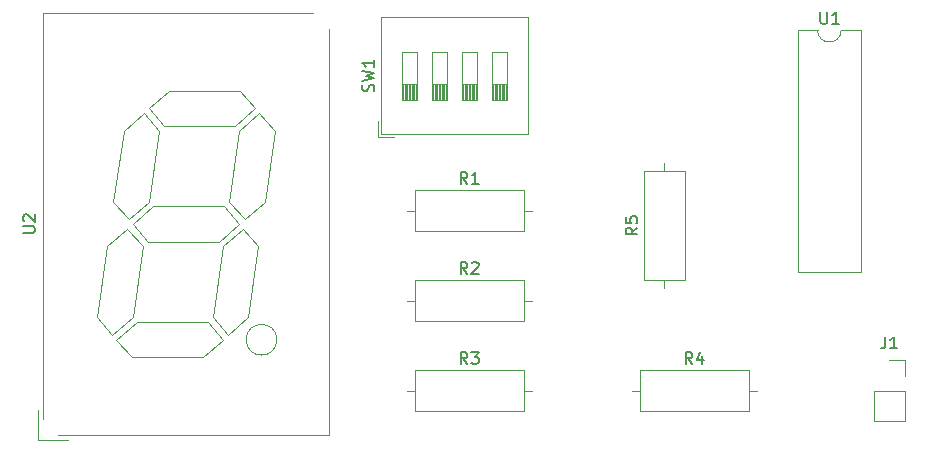
<source format=gbr>
%TF.GenerationSoftware,KiCad,Pcbnew,7.0.8*%
%TF.CreationDate,2025-02-14T01:10:42+05:30*%
%TF.ProjectId,7 segmetn display,37207365-676d-4657-946e-20646973706c,rev?*%
%TF.SameCoordinates,Original*%
%TF.FileFunction,Legend,Top*%
%TF.FilePolarity,Positive*%
%FSLAX46Y46*%
G04 Gerber Fmt 4.6, Leading zero omitted, Abs format (unit mm)*
G04 Created by KiCad (PCBNEW 7.0.8) date 2025-02-14 01:10:42*
%MOMM*%
%LPD*%
G01*
G04 APERTURE LIST*
%ADD10C,0.150000*%
%ADD11C,0.120000*%
G04 APERTURE END LIST*
D10*
X103187319Y-106029404D02*
X103996842Y-106029404D01*
X103996842Y-106029404D02*
X104092080Y-105981785D01*
X104092080Y-105981785D02*
X104139700Y-105934166D01*
X104139700Y-105934166D02*
X104187319Y-105838928D01*
X104187319Y-105838928D02*
X104187319Y-105648452D01*
X104187319Y-105648452D02*
X104139700Y-105553214D01*
X104139700Y-105553214D02*
X104092080Y-105505595D01*
X104092080Y-105505595D02*
X103996842Y-105457976D01*
X103996842Y-105457976D02*
X103187319Y-105457976D01*
X103282557Y-105029404D02*
X103234938Y-104981785D01*
X103234938Y-104981785D02*
X103187319Y-104886547D01*
X103187319Y-104886547D02*
X103187319Y-104648452D01*
X103187319Y-104648452D02*
X103234938Y-104553214D01*
X103234938Y-104553214D02*
X103282557Y-104505595D01*
X103282557Y-104505595D02*
X103377795Y-104457976D01*
X103377795Y-104457976D02*
X103473033Y-104457976D01*
X103473033Y-104457976D02*
X103615890Y-104505595D01*
X103615890Y-104505595D02*
X104187319Y-105077023D01*
X104187319Y-105077023D02*
X104187319Y-104457976D01*
X155214819Y-105576666D02*
X154738628Y-105909999D01*
X155214819Y-106148094D02*
X154214819Y-106148094D01*
X154214819Y-106148094D02*
X154214819Y-105767142D01*
X154214819Y-105767142D02*
X154262438Y-105671904D01*
X154262438Y-105671904D02*
X154310057Y-105624285D01*
X154310057Y-105624285D02*
X154405295Y-105576666D01*
X154405295Y-105576666D02*
X154548152Y-105576666D01*
X154548152Y-105576666D02*
X154643390Y-105624285D01*
X154643390Y-105624285D02*
X154691009Y-105671904D01*
X154691009Y-105671904D02*
X154738628Y-105767142D01*
X154738628Y-105767142D02*
X154738628Y-106148094D01*
X154214819Y-104671904D02*
X154214819Y-105148094D01*
X154214819Y-105148094D02*
X154691009Y-105195713D01*
X154691009Y-105195713D02*
X154643390Y-105148094D01*
X154643390Y-105148094D02*
X154595771Y-105052856D01*
X154595771Y-105052856D02*
X154595771Y-104814761D01*
X154595771Y-104814761D02*
X154643390Y-104719523D01*
X154643390Y-104719523D02*
X154691009Y-104671904D01*
X154691009Y-104671904D02*
X154786247Y-104624285D01*
X154786247Y-104624285D02*
X155024342Y-104624285D01*
X155024342Y-104624285D02*
X155119580Y-104671904D01*
X155119580Y-104671904D02*
X155167200Y-104719523D01*
X155167200Y-104719523D02*
X155214819Y-104814761D01*
X155214819Y-104814761D02*
X155214819Y-105052856D01*
X155214819Y-105052856D02*
X155167200Y-105148094D01*
X155167200Y-105148094D02*
X155119580Y-105195713D01*
X170698095Y-87309819D02*
X170698095Y-88119342D01*
X170698095Y-88119342D02*
X170745714Y-88214580D01*
X170745714Y-88214580D02*
X170793333Y-88262200D01*
X170793333Y-88262200D02*
X170888571Y-88309819D01*
X170888571Y-88309819D02*
X171079047Y-88309819D01*
X171079047Y-88309819D02*
X171174285Y-88262200D01*
X171174285Y-88262200D02*
X171221904Y-88214580D01*
X171221904Y-88214580D02*
X171269523Y-88119342D01*
X171269523Y-88119342D02*
X171269523Y-87309819D01*
X172269523Y-88309819D02*
X171698095Y-88309819D01*
X171983809Y-88309819D02*
X171983809Y-87309819D01*
X171983809Y-87309819D02*
X171888571Y-87452676D01*
X171888571Y-87452676D02*
X171793333Y-87547914D01*
X171793333Y-87547914D02*
X171698095Y-87595533D01*
X140803333Y-101874819D02*
X140470000Y-101398628D01*
X140231905Y-101874819D02*
X140231905Y-100874819D01*
X140231905Y-100874819D02*
X140612857Y-100874819D01*
X140612857Y-100874819D02*
X140708095Y-100922438D01*
X140708095Y-100922438D02*
X140755714Y-100970057D01*
X140755714Y-100970057D02*
X140803333Y-101065295D01*
X140803333Y-101065295D02*
X140803333Y-101208152D01*
X140803333Y-101208152D02*
X140755714Y-101303390D01*
X140755714Y-101303390D02*
X140708095Y-101351009D01*
X140708095Y-101351009D02*
X140612857Y-101398628D01*
X140612857Y-101398628D02*
X140231905Y-101398628D01*
X141755714Y-101874819D02*
X141184286Y-101874819D01*
X141470000Y-101874819D02*
X141470000Y-100874819D01*
X141470000Y-100874819D02*
X141374762Y-101017676D01*
X141374762Y-101017676D02*
X141279524Y-101112914D01*
X141279524Y-101112914D02*
X141184286Y-101160533D01*
X132877200Y-94043332D02*
X132924819Y-93900475D01*
X132924819Y-93900475D02*
X132924819Y-93662380D01*
X132924819Y-93662380D02*
X132877200Y-93567142D01*
X132877200Y-93567142D02*
X132829580Y-93519523D01*
X132829580Y-93519523D02*
X132734342Y-93471904D01*
X132734342Y-93471904D02*
X132639104Y-93471904D01*
X132639104Y-93471904D02*
X132543866Y-93519523D01*
X132543866Y-93519523D02*
X132496247Y-93567142D01*
X132496247Y-93567142D02*
X132448628Y-93662380D01*
X132448628Y-93662380D02*
X132401009Y-93852856D01*
X132401009Y-93852856D02*
X132353390Y-93948094D01*
X132353390Y-93948094D02*
X132305771Y-93995713D01*
X132305771Y-93995713D02*
X132210533Y-94043332D01*
X132210533Y-94043332D02*
X132115295Y-94043332D01*
X132115295Y-94043332D02*
X132020057Y-93995713D01*
X132020057Y-93995713D02*
X131972438Y-93948094D01*
X131972438Y-93948094D02*
X131924819Y-93852856D01*
X131924819Y-93852856D02*
X131924819Y-93614761D01*
X131924819Y-93614761D02*
X131972438Y-93471904D01*
X131924819Y-93138570D02*
X132924819Y-92900475D01*
X132924819Y-92900475D02*
X132210533Y-92709999D01*
X132210533Y-92709999D02*
X132924819Y-92519523D01*
X132924819Y-92519523D02*
X131924819Y-92281428D01*
X132924819Y-91376666D02*
X132924819Y-91948094D01*
X132924819Y-91662380D02*
X131924819Y-91662380D01*
X131924819Y-91662380D02*
X132067676Y-91757618D01*
X132067676Y-91757618D02*
X132162914Y-91852856D01*
X132162914Y-91852856D02*
X132210533Y-91948094D01*
X140803333Y-117114819D02*
X140470000Y-116638628D01*
X140231905Y-117114819D02*
X140231905Y-116114819D01*
X140231905Y-116114819D02*
X140612857Y-116114819D01*
X140612857Y-116114819D02*
X140708095Y-116162438D01*
X140708095Y-116162438D02*
X140755714Y-116210057D01*
X140755714Y-116210057D02*
X140803333Y-116305295D01*
X140803333Y-116305295D02*
X140803333Y-116448152D01*
X140803333Y-116448152D02*
X140755714Y-116543390D01*
X140755714Y-116543390D02*
X140708095Y-116591009D01*
X140708095Y-116591009D02*
X140612857Y-116638628D01*
X140612857Y-116638628D02*
X140231905Y-116638628D01*
X141136667Y-116114819D02*
X141755714Y-116114819D01*
X141755714Y-116114819D02*
X141422381Y-116495771D01*
X141422381Y-116495771D02*
X141565238Y-116495771D01*
X141565238Y-116495771D02*
X141660476Y-116543390D01*
X141660476Y-116543390D02*
X141708095Y-116591009D01*
X141708095Y-116591009D02*
X141755714Y-116686247D01*
X141755714Y-116686247D02*
X141755714Y-116924342D01*
X141755714Y-116924342D02*
X141708095Y-117019580D01*
X141708095Y-117019580D02*
X141660476Y-117067200D01*
X141660476Y-117067200D02*
X141565238Y-117114819D01*
X141565238Y-117114819D02*
X141279524Y-117114819D01*
X141279524Y-117114819D02*
X141184286Y-117067200D01*
X141184286Y-117067200D02*
X141136667Y-117019580D01*
X159853333Y-117114819D02*
X159520000Y-116638628D01*
X159281905Y-117114819D02*
X159281905Y-116114819D01*
X159281905Y-116114819D02*
X159662857Y-116114819D01*
X159662857Y-116114819D02*
X159758095Y-116162438D01*
X159758095Y-116162438D02*
X159805714Y-116210057D01*
X159805714Y-116210057D02*
X159853333Y-116305295D01*
X159853333Y-116305295D02*
X159853333Y-116448152D01*
X159853333Y-116448152D02*
X159805714Y-116543390D01*
X159805714Y-116543390D02*
X159758095Y-116591009D01*
X159758095Y-116591009D02*
X159662857Y-116638628D01*
X159662857Y-116638628D02*
X159281905Y-116638628D01*
X160710476Y-116448152D02*
X160710476Y-117114819D01*
X160472381Y-116067200D02*
X160234286Y-116781485D01*
X160234286Y-116781485D02*
X160853333Y-116781485D01*
X176196666Y-114794819D02*
X176196666Y-115509104D01*
X176196666Y-115509104D02*
X176149047Y-115651961D01*
X176149047Y-115651961D02*
X176053809Y-115747200D01*
X176053809Y-115747200D02*
X175910952Y-115794819D01*
X175910952Y-115794819D02*
X175815714Y-115794819D01*
X177196666Y-115794819D02*
X176625238Y-115794819D01*
X176910952Y-115794819D02*
X176910952Y-114794819D01*
X176910952Y-114794819D02*
X176815714Y-114937676D01*
X176815714Y-114937676D02*
X176720476Y-115032914D01*
X176720476Y-115032914D02*
X176625238Y-115080533D01*
X140803333Y-109494819D02*
X140470000Y-109018628D01*
X140231905Y-109494819D02*
X140231905Y-108494819D01*
X140231905Y-108494819D02*
X140612857Y-108494819D01*
X140612857Y-108494819D02*
X140708095Y-108542438D01*
X140708095Y-108542438D02*
X140755714Y-108590057D01*
X140755714Y-108590057D02*
X140803333Y-108685295D01*
X140803333Y-108685295D02*
X140803333Y-108828152D01*
X140803333Y-108828152D02*
X140755714Y-108923390D01*
X140755714Y-108923390D02*
X140708095Y-108971009D01*
X140708095Y-108971009D02*
X140612857Y-109018628D01*
X140612857Y-109018628D02*
X140231905Y-109018628D01*
X141184286Y-108590057D02*
X141231905Y-108542438D01*
X141231905Y-108542438D02*
X141327143Y-108494819D01*
X141327143Y-108494819D02*
X141565238Y-108494819D01*
X141565238Y-108494819D02*
X141660476Y-108542438D01*
X141660476Y-108542438D02*
X141708095Y-108590057D01*
X141708095Y-108590057D02*
X141755714Y-108685295D01*
X141755714Y-108685295D02*
X141755714Y-108780533D01*
X141755714Y-108780533D02*
X141708095Y-108923390D01*
X141708095Y-108923390D02*
X141136667Y-109494819D01*
X141136667Y-109494819D02*
X141755714Y-109494819D01*
D11*
%TO.C,U2*%
X104482500Y-123517500D02*
X104482500Y-121017500D01*
X106982500Y-123517500D02*
X104482500Y-123517500D01*
X129102500Y-123137500D02*
X106182500Y-123137500D01*
X104862500Y-121817500D02*
X104862500Y-87397500D01*
X112402500Y-116567500D02*
X111102500Y-115067500D01*
X118402500Y-116567500D02*
X112402500Y-116567500D01*
X111102500Y-115067500D02*
X111102500Y-115067500D01*
X111102500Y-115067500D02*
X112822500Y-113567500D01*
X120102500Y-115067500D02*
X118402500Y-116567500D01*
X110762500Y-114667500D02*
X110762500Y-114667500D01*
X110762500Y-114667500D02*
X112462500Y-113167500D01*
X120562500Y-114667500D02*
X120562500Y-114667500D01*
X120562500Y-114667500D02*
X122262500Y-113167500D01*
X112822500Y-113567500D02*
X118822500Y-113567500D01*
X118822500Y-113567500D02*
X120102500Y-115067500D01*
X109462500Y-113167500D02*
X110762500Y-114667500D01*
X112462500Y-113167500D02*
X113322500Y-107167500D01*
X119262500Y-113167500D02*
X120562500Y-114667500D01*
X122262500Y-113167500D02*
X123122500Y-107167500D01*
X110322500Y-107167500D02*
X109462500Y-113167500D01*
X113322500Y-107167500D02*
X112022500Y-105667500D01*
X120122500Y-107167500D02*
X119262500Y-113167500D01*
X123122500Y-107167500D02*
X121822500Y-105667500D01*
X113762500Y-106767500D02*
X112482500Y-105267500D01*
X119762500Y-106767500D02*
X113762500Y-106767500D01*
X112022500Y-105667500D02*
X110322500Y-107167500D01*
X121822500Y-105667500D02*
X120122500Y-107167500D01*
X112482500Y-105267500D02*
X112482500Y-105267500D01*
X112482500Y-105267500D02*
X114202500Y-103767500D01*
X121482500Y-105267500D02*
X119762500Y-106767500D01*
X112142500Y-104867500D02*
X112142500Y-104867500D01*
X112142500Y-104867500D02*
X113842500Y-103367500D01*
X121942500Y-104867500D02*
X121942500Y-104867500D01*
X121942500Y-104867500D02*
X123642500Y-103367500D01*
X114202500Y-103767500D02*
X120202500Y-103767500D01*
X120202500Y-103767500D02*
X121482500Y-105267500D01*
X110842500Y-103367500D02*
X112142500Y-104867500D01*
X113842500Y-103367500D02*
X114702500Y-97367500D01*
X120642500Y-103367500D02*
X121942500Y-104867500D01*
X123642500Y-103367500D02*
X124502500Y-97367500D01*
X111702500Y-97367500D02*
X110842500Y-103367500D01*
X114702500Y-97367500D02*
X113402500Y-95867500D01*
X121502500Y-97367500D02*
X120642500Y-103367500D01*
X124502500Y-97367500D02*
X123202500Y-95867500D01*
X115142500Y-96967500D02*
X113862500Y-95467500D01*
X121142500Y-96967500D02*
X115142500Y-96967500D01*
X113402500Y-95867500D02*
X111702500Y-97367500D01*
X123202500Y-95867500D02*
X121502500Y-97367500D01*
X113862500Y-95467500D02*
X113862500Y-95467500D01*
X113862500Y-95467500D02*
X115562500Y-93967500D01*
X122862500Y-95467500D02*
X121142500Y-96967500D01*
X115562500Y-93967500D02*
X121562500Y-93967500D01*
X121562500Y-93967500D02*
X122862500Y-95467500D01*
X129102500Y-88717500D02*
X129102500Y-123137500D01*
X104862500Y-87397500D02*
X127782500Y-87397500D01*
X124682500Y-115067500D02*
G75*
G03*
X124682500Y-115067500I-1300000J0D01*
G01*
%TO.C,R5*%
X157480000Y-110720000D02*
X157480000Y-110030000D01*
X155760000Y-110030000D02*
X159200000Y-110030000D01*
X159200000Y-110030000D02*
X159200000Y-100790000D01*
X155760000Y-100790000D02*
X155760000Y-110030000D01*
X159200000Y-100790000D02*
X155760000Y-100790000D01*
X157480000Y-100100000D02*
X157480000Y-100790000D01*
%TO.C,U1*%
X168810000Y-88855000D02*
X168810000Y-109295000D01*
X168810000Y-109295000D02*
X174110000Y-109295000D01*
X170460000Y-88855000D02*
X168810000Y-88855000D01*
X174110000Y-88855000D02*
X172460000Y-88855000D01*
X174110000Y-109295000D02*
X174110000Y-88855000D01*
X170460000Y-88855000D02*
G75*
G03*
X172460000Y-88855000I1000000J0D01*
G01*
%TO.C,R1*%
X135660000Y-104140000D02*
X136350000Y-104140000D01*
X136350000Y-102420000D02*
X136350000Y-105860000D01*
X136350000Y-105860000D02*
X145590000Y-105860000D01*
X145590000Y-102420000D02*
X136350000Y-102420000D01*
X145590000Y-105860000D02*
X145590000Y-102420000D01*
X146280000Y-104140000D02*
X145590000Y-104140000D01*
%TO.C,SW1*%
X133230000Y-97900000D02*
X134613000Y-97900000D01*
X133230000Y-97900000D02*
X133230000Y-96516000D01*
X133470000Y-97660000D02*
X145930000Y-97660000D01*
X133470000Y-97660000D02*
X133470000Y-87760000D01*
X145930000Y-97660000D02*
X145930000Y-87760000D01*
X135255000Y-94740000D02*
X136525000Y-94740000D01*
X135375000Y-94740000D02*
X135375000Y-93386667D01*
X135495000Y-94740000D02*
X135495000Y-93386667D01*
X135615000Y-94740000D02*
X135615000Y-93386667D01*
X135735000Y-94740000D02*
X135735000Y-93386667D01*
X135855000Y-94740000D02*
X135855000Y-93386667D01*
X135975000Y-94740000D02*
X135975000Y-93386667D01*
X136095000Y-94740000D02*
X136095000Y-93386667D01*
X136215000Y-94740000D02*
X136215000Y-93386667D01*
X136335000Y-94740000D02*
X136335000Y-93386667D01*
X136455000Y-94740000D02*
X136455000Y-93386667D01*
X136525000Y-94740000D02*
X136525000Y-90680000D01*
X137795000Y-94740000D02*
X139065000Y-94740000D01*
X137915000Y-94740000D02*
X137915000Y-93386667D01*
X138035000Y-94740000D02*
X138035000Y-93386667D01*
X138155000Y-94740000D02*
X138155000Y-93386667D01*
X138275000Y-94740000D02*
X138275000Y-93386667D01*
X138395000Y-94740000D02*
X138395000Y-93386667D01*
X138515000Y-94740000D02*
X138515000Y-93386667D01*
X138635000Y-94740000D02*
X138635000Y-93386667D01*
X138755000Y-94740000D02*
X138755000Y-93386667D01*
X138875000Y-94740000D02*
X138875000Y-93386667D01*
X138995000Y-94740000D02*
X138995000Y-93386667D01*
X139065000Y-94740000D02*
X139065000Y-90680000D01*
X140335000Y-94740000D02*
X141605000Y-94740000D01*
X140455000Y-94740000D02*
X140455000Y-93386667D01*
X140575000Y-94740000D02*
X140575000Y-93386667D01*
X140695000Y-94740000D02*
X140695000Y-93386667D01*
X140815000Y-94740000D02*
X140815000Y-93386667D01*
X140935000Y-94740000D02*
X140935000Y-93386667D01*
X141055000Y-94740000D02*
X141055000Y-93386667D01*
X141175000Y-94740000D02*
X141175000Y-93386667D01*
X141295000Y-94740000D02*
X141295000Y-93386667D01*
X141415000Y-94740000D02*
X141415000Y-93386667D01*
X141535000Y-94740000D02*
X141535000Y-93386667D01*
X141605000Y-94740000D02*
X141605000Y-90680000D01*
X142875000Y-94740000D02*
X144145000Y-94740000D01*
X142995000Y-94740000D02*
X142995000Y-93386667D01*
X143115000Y-94740000D02*
X143115000Y-93386667D01*
X143235000Y-94740000D02*
X143235000Y-93386667D01*
X143355000Y-94740000D02*
X143355000Y-93386667D01*
X143475000Y-94740000D02*
X143475000Y-93386667D01*
X143595000Y-94740000D02*
X143595000Y-93386667D01*
X143715000Y-94740000D02*
X143715000Y-93386667D01*
X143835000Y-94740000D02*
X143835000Y-93386667D01*
X143955000Y-94740000D02*
X143955000Y-93386667D01*
X144075000Y-94740000D02*
X144075000Y-93386667D01*
X144145000Y-94740000D02*
X144145000Y-90680000D01*
X135255000Y-93386667D02*
X136525000Y-93386667D01*
X137795000Y-93386667D02*
X139065000Y-93386667D01*
X140335000Y-93386667D02*
X141605000Y-93386667D01*
X142875000Y-93386667D02*
X144145000Y-93386667D01*
X135255000Y-90680000D02*
X135255000Y-94740000D01*
X136525000Y-90680000D02*
X135255000Y-90680000D01*
X137795000Y-90680000D02*
X137795000Y-94740000D01*
X139065000Y-90680000D02*
X137795000Y-90680000D01*
X140335000Y-90680000D02*
X140335000Y-94740000D01*
X141605000Y-90680000D02*
X140335000Y-90680000D01*
X142875000Y-90680000D02*
X142875000Y-94740000D01*
X144145000Y-90680000D02*
X142875000Y-90680000D01*
X133470000Y-87760000D02*
X145930000Y-87760000D01*
%TO.C,R3*%
X135660000Y-119380000D02*
X136350000Y-119380000D01*
X136350000Y-117660000D02*
X136350000Y-121100000D01*
X136350000Y-121100000D02*
X145590000Y-121100000D01*
X145590000Y-117660000D02*
X136350000Y-117660000D01*
X145590000Y-121100000D02*
X145590000Y-117660000D01*
X146280000Y-119380000D02*
X145590000Y-119380000D01*
%TO.C,R4*%
X154710000Y-119380000D02*
X155400000Y-119380000D01*
X155400000Y-117660000D02*
X155400000Y-121100000D01*
X155400000Y-121100000D02*
X164640000Y-121100000D01*
X164640000Y-117660000D02*
X155400000Y-117660000D01*
X164640000Y-121100000D02*
X164640000Y-117660000D01*
X165330000Y-119380000D02*
X164640000Y-119380000D01*
%TO.C,J1*%
X175200000Y-119380000D02*
X175200000Y-121980000D01*
X175200000Y-119380000D02*
X177860000Y-119380000D01*
X175200000Y-121980000D02*
X177860000Y-121980000D01*
X176530000Y-116780000D02*
X177860000Y-116780000D01*
X177860000Y-116780000D02*
X177860000Y-118110000D01*
X177860000Y-119380000D02*
X177860000Y-121980000D01*
%TO.C,R2*%
X135660000Y-111760000D02*
X136350000Y-111760000D01*
X136350000Y-110040000D02*
X136350000Y-113480000D01*
X136350000Y-113480000D02*
X145590000Y-113480000D01*
X145590000Y-110040000D02*
X136350000Y-110040000D01*
X145590000Y-113480000D02*
X145590000Y-110040000D01*
X146280000Y-111760000D02*
X145590000Y-111760000D01*
%TD*%
M02*

</source>
